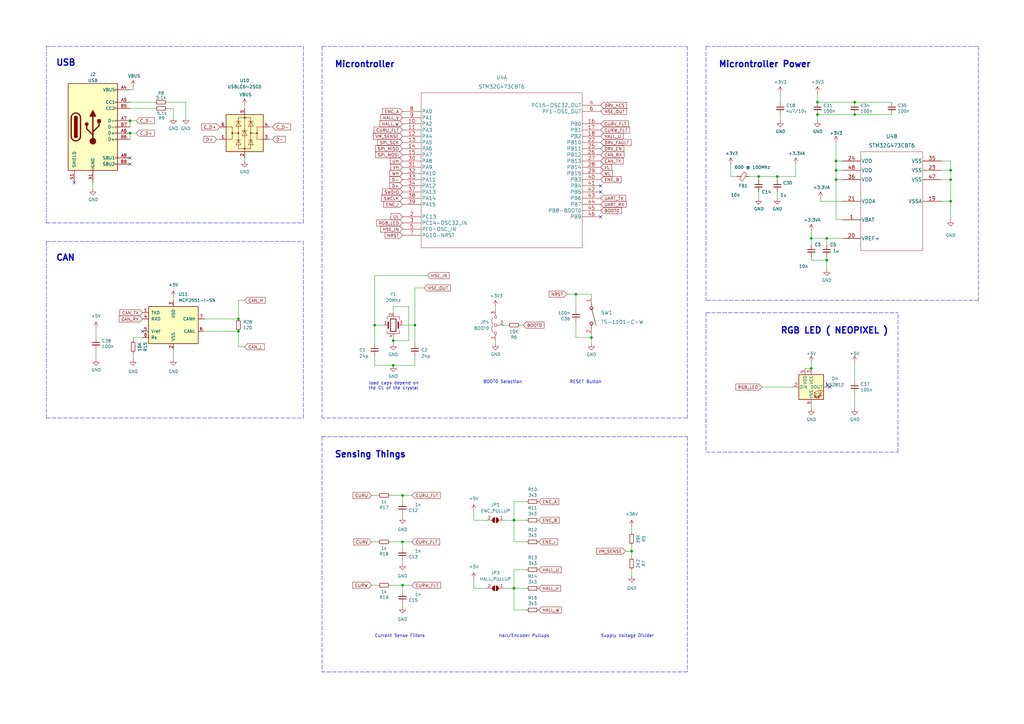
<source format=kicad_sch>
(kicad_sch (version 20250114) (generator "eeschema") (generator_version "9.0")
  (paper "A3")
  (title_block (title "ThunderSTM32") (date "2023-02-08") (rev "v1.0") (company "Yaseen M. Twati") (comment 1 "https://yaseen.ly"))
  (lib_symbols
    (symbol "+3V3_2" (power) (pin_names (offset 0))
      (property "Value" "+3V3_2" (at 0 3.556 0))
      (symbol "+3V3_2_1_1"
        (pin power_in line (at 0 0 90) (length 0) (hide yes) (name "+3V3") (number "1"))
      )
    )
    (symbol "+5V_1" (power) (pin_names (offset 0))
      (property "Value" "+5V_1" (at 0 3.556 0))
      (symbol "+5V_1_1_1"
        (pin power_in line (at 0 0 90) (length 0) (hide yes) (name "+5V") (number "1"))
      )
    )
    (symbol "+5V_2" (power) (pin_names (offset 0))
      (property "Value" "+5V_2" (at 0 3.556 0))
      (symbol "+5V_2_1_1"
        (pin power_in line (at 0 0 90) (length 0) (hide yes) (name "+5V") (number "1"))
      )
    )
    (symbol "BrushlessESC-rescue:Ferrite_Bead_Small-Device" (pin_numbers (hide yes)) (pin_names (offset 0))
      (property "Reference" "FB" (at 1.905 1.27 0))
      (property "Value" "Ferrite_Bead_Small-Device" (at 1.905 -1.27 0))
      (symbol "Ferrite_Bead_Small-Device_1_1"
        (pin passive line (at 0 2.54 270) (length 1.27) (name "~") (number "1"))
        (pin passive line (at 0 -2.54 90) (length 1.27) (name "~") (number "2"))
      )
    )
    (symbol "Connector:USB_C_Receptacle_USB2.0" (pin_names (offset 1.016))
      (property "Reference" "J" (at -10.16 19.05 0))
      (property "Value" "USB_C_Receptacle_USB2.0" (at 19.05 19.05 0))
      (symbol "USB_C_Receptacle_USB2.0_1_1"
        (pin passive line (at -7.62 -22.86 90) (length 5.08) (name "SHIELD") (number "S1"))
        (pin passive line (at 0 -22.86 90) (length 5.08) (name "GND") (number "A1"))
        (pin passive line (at 0 -22.86 90) (length 5.08) (hide yes) (name "GND") (number "A12"))
        (pin passive line (at 0 -22.86 90) (length 5.08) (hide yes) (name "GND") (number "B1"))
        (pin passive line (at 0 -22.86 90) (length 5.08) (hide yes) (name "GND") (number "B12"))
        (pin passive line (at 15.24 15.24 180) (length 5.08) (name "VBUS") (number "A4"))
        (pin passive line (at 15.24 15.24 180) (length 5.08) (hide yes) (name "VBUS") (number "A9"))
        (pin passive line (at 15.24 15.24 180) (length 5.08) (hide yes) (name "VBUS") (number "B4"))
        (pin passive line (at 15.24 15.24 180) (length 5.08) (hide yes) (name "VBUS") (number "B9"))
        (pin bidirectional line (at 15.24 10.16 180) (length 5.08) (name "CC1") (number "A5"))
        (pin bidirectional line (at 15.24 7.62 180) (length 5.08) (name "CC2") (number "B5"))
        (pin bidirectional line (at 15.24 2.54 180) (length 5.08) (name "D-") (number "A7"))
        (pin bidirectional line (at 15.24 0 180) (length 5.08) (name "D-") (number "B7"))
        (pin bidirectional line (at 15.24 -2.54 180) (length 5.08) (name "D+") (number "A6"))
        (pin bidirectional line (at 15.24 -5.08 180) (length 5.08) (name "D+") (number "B6"))
        (pin bidirectional line (at 15.24 -12.7 180) (length 5.08) (name "SBU1") (number "A8"))
        (pin bidirectional line (at 15.24 -15.24 180) (length 5.08) (name "SBU2") (number "B8"))
      )
    )
    (symbol "Device:C_Small" (pin_numbers (hide yes)) (pin_names (offset 0.254) (hide yes))
      (property "Reference" "C" (at 0.254 1.778 0))
      (property "Value" "C_Small" (at 0.254 -2.032 0))
      (symbol "C_Small_1_1"
        (pin passive line (at 0 2.54 270) (length 2.032) (name "~") (number "1"))
        (pin passive line (at 0 -2.54 90) (length 2.032) (name "~") (number "2"))
      )
    )
    (symbol "Device:Crystal_GND24" (pin_names (offset 1.016) (hide yes))
      (property "Reference" "Y" (at 3.175 5.08 0))
      (property "Value" "Crystal_GND24" (at 3.175 3.175 0))
      (symbol "Crystal_GND24_1_1"
        (pin passive line (at -3.81 0 0) (length 1.27) (name "1") (number "1"))
        (pin passive line (at 0 5.08 270) (length 1.27) (name "2") (number "2"))
        (pin passive line (at 0 -5.08 90) (length 1.27) (name "4") (number "4"))
        (pin passive line (at 3.81 0 180) (length 1.27) (name "3") (number "3"))
      )
    )
    (symbol "Device:R_Small" (pin_numbers (hide yes)) (pin_names (offset 0.254) (hide yes))
      (property "Reference" "R" (at 0.762 0.508 0))
      (property "Value" "R_Small" (at 0.762 -1.016 0))
      (symbol "R_Small_1_1"
        (pin passive line (at 0 2.54 270) (length 0.762) (name "~") (number "1"))
        (pin passive line (at 0 -2.54 90) (length 0.762) (name "~") (number "2"))
      )
    )
    (symbol "GND_1" (power) (pin_names (offset 0))
      (property "Value" "GND_1" (at 0 -3.81 0))
      (symbol "GND_1_1_1"
        (pin power_in line (at 0 0 270) (length 0) (hide yes) (name "GND") (number "1"))
      )
    )
    (symbol "GND_2" (power) (pin_names (offset 0))
      (property "Value" "GND_2" (at 0 -3.81 0))
      (symbol "GND_2_1_1"
        (pin power_in line (at 0 0 270) (length 0) (hide yes) (name "GND") (number "1"))
      )
    )
    (symbol "GND_3" (power) (pin_names (offset 0))
      (property "Value" "GND_3" (at 0 -3.81 0))
      (symbol "GND_3_1_1"
        (pin power_in line (at 0 0 270) (length 0) (hide yes) (name "GND") (number "1"))
      )
    )
    (symbol "GND_4" (power) (pin_names (offset 0))
      (property "Value" "GND_4" (at 0 -3.81 0))
      (symbol "GND_4_1_1"
        (pin power_in line (at 0 0 270) (length 0) (hide yes) (name "GND") (number "1"))
      )
    )
    (symbol "Interface_CAN_LIN:MCP2551-I-SN" (pin_names (offset 1.016))
      (property "Reference" "U" (at -10.16 8.89 0))
      (property "Value" "MCP2551-I-SN" (at 2.54 8.89 0))
      (symbol "MCP2551-I-SN_1_1"
        (pin input line (at -12.7 5.08 0) (length 2.54) (name "TXD") (number "1"))
        (pin output line (at -12.7 2.54 0) (length 2.54) (name "RXD") (number "4"))
        (pin power_out line (at -12.7 -2.54 0) (length 2.54) (name "Vref") (number "5"))
        (pin input line (at -12.7 -5.08 0) (length 2.54) (name "Rs") (number "8"))
        (pin power_in line (at 0 10.16 270) (length 2.54) (name "VDD") (number "3"))
        (pin power_in line (at 0 -10.16 90) (length 2.54) (name "VSS") (number "2"))
        (pin bidirectional line (at 12.7 2.54 180) (length 2.54) (name "CANH") (number "7"))
        (pin bidirectional line (at 12.7 -2.54 180) (length 2.54) (name "CANL") (number "6"))
      )
    )
    (symbol "Jumper:Jumper_3_Open" (pin_names (offset 0) (hide yes))
      (property "Reference" "JP" (at -2.54 -2.54 0))
      (property "Value" "Jumper_3_Open" (at 0 2.794 0))
      (symbol "Jumper_3_Open_1_1"
        (pin passive line (at -6.35 0 0) (length 2.54) (name "A") (number "1"))
        (pin passive line (at 0 -3.81 90) (length 2.54) (name "C") (number "2"))
        (pin passive line (at 6.35 0 180) (length 2.54) (name "B") (number "3"))
      )
    )
    (symbol "Jumper:SolderJumper_2_Open" (pin_names (offset 0) (hide yes))
      (property "Reference" "JP" (at 0 2.032 0))
      (property "Value" "SolderJumper_2_Open" (at 0 -2.54 0))
      (symbol "SolderJumper_2_Open_1_1"
        (pin passive line (at -3.81 0 0) (length 2.54) (name "A") (number "1"))
        (pin passive line (at 3.81 0 180) (length 2.54) (name "B") (number "2"))
      )
    )
    (symbol "LED:WS2812" (pin_names (offset 0.254))
      (property "Reference" "D" (at 5.08 5.715 0))
      (property "Value" "WS2812" (at 1.27 -5.715 0))
      (symbol "WS2812_0_0"
        (text "RGB" (at 2.286 -4.191 0) (effects (font (size 0.762 0.762))))
      )
      (symbol "WS2812_1_1"
        (pin input line (at -7.62 0 0) (length 2.54) (name "DIN") (number "2"))
        (pin power_in line (at -2.54 7.62 270) (length 2.54) (name "VDD") (number "5"))
        (pin power_in line (at 0 7.62 270) (length 2.54) (name "VCC") (number "3"))
        (pin power_in line (at 0 -7.62 90) (length 2.54) (name "VSS") (number "6"))
        (pin no_connect line (at 5.08 2.54 180) (length 2.54) (hide yes) (name "NC") (number "4"))
        (pin output line (at 7.62 0 180) (length 2.54) (name "DOUT") (number "1"))
      )
    )
    (symbol "Power_Protection:USBLC6-2SC6" (pin_names (hide yes))
      (property "Reference" "U" (at 2.54 8.89 0))
      (property "Value" "USBLC6-2SC6" (at 2.54 -8.89 0))
      (symbol "USBLC6-2SC6_1_1"
        (pin passive line (at -10.16 2.54 0) (length 2.54) (name "I/O1") (number "6"))
        (pin passive line (at -10.16 -2.54 0) (length 2.54) (name "I/O1") (number "1"))
        (pin passive line (at 0 10.16 270) (length 2.54) (name "VBUS") (number "5"))
        (pin passive line (at 0 -10.16 90) (length 2.54) (name "GND") (number "2"))
        (pin passive line (at 10.16 2.54 180) (length 2.54) (name "I/O2") (number "4"))
        (pin passive line (at 10.16 -2.54 180) (length 2.54) (name "I/O2") (number "3"))
      )
    )
    (symbol "STM32G473CBT6:STM32G473CBT6" (pin_names (offset 0.254))
      (property "Reference" "U" (at 62.23 8.89 0))
      (property "Value" "STM32G473CBT6" (at 62.23 6.35 0))
      (symbol "STM32G473CBT6_1_1"
        (pin bidirectional line (at 0 0 0) (length 7.62) (name "PA0") (number "8"))
        (pin bidirectional line (at 0 -2.54 0) (length 7.62) (name "PA1") (number "9"))
        (pin bidirectional line (at 0 -5.08 0) (length 7.62) (name "PA2") (number "10"))
        (pin bidirectional line (at 0 -7.62 0) (length 7.62) (name "PA3") (number "11"))
        (pin bidirectional line (at 0 -10.16 0) (length 7.62) (name "PA4") (number "12"))
        (pin bidirectional line (at 0 -12.7 0) (length 7.62) (name "PA5") (number "13"))
        (pin bidirectional line (at 0 -15.24 0) (length 7.62) (name "PA6") (number "14"))
        (pin bidirectional line (at 0 -17.78 0) (length 7.62) (name "PA7") (number "15"))
        (pin bidirectional line (at 0 -20.32 0) (length 7.62) (name "PA8") (number "30"))
        (pin bidirectional line (at 0 -22.86 0) (length 7.62) (name "PA9") (number "31"))
        (pin bidirectional line (at 0 -25.4 0) (length 7.62) (name "PA10") (number "32"))
        (pin bidirectional line (at 0 -27.94 0) (length 7.62) (name "PA11") (number "33"))
        (pin bidirectional line (at 0 -30.48 0) (length 7.62) (name "PA12") (number "34"))
        (pin bidirectional line (at 0 -33.02 0) (length 7.62) (name "PA13") (number "37"))
        (pin bidirectional line (at 0 -35.56 0) (length 7.62) (name "PA14") (number "38"))
        (pin bidirectional line (at 0 -38.1 0) (length 7.62) (name "PA15") (number "39"))
        (pin bidirectional line (at 0 -43.18 0) (length 7.62) (name "PC13") (number "2"))
        (pin bidirectional line (at 0 -45.72 0) (length 7.62) (name "PC14-OSC32_IN") (number "3"))
        (pin bidirectional line (at 0 -48.26 0) (length 7.62) (name "PF0-OSC_IN") (number "5"))
        (pin bidirectional line (at 0 -50.8 0) (length 7.62) (name "PG10-NRST") (number "7"))
        (pin bidirectional line (at 81.28 2.54 180) (length 7.62) (name "PC15-OSC32_OUT") (number "4"))
        (pin bidirectional line (at 81.28 0 180) (length 7.62) (name "PF1-OSC_OUT") (number "6"))
        (pin bidirectional line (at 81.28 -5.08 180) (length 7.62) (name "PB0") (number "16"))
        (pin bidirectional line (at 81.28 -7.62 180) (length 7.62) (name "PB1") (number "17"))
        (pin bidirectional line (at 81.28 -10.16 180) (length 7.62) (name "PB2") (number "18"))
        (pin bidirectional line (at 81.28 -12.7 180) (length 7.62) (name "PB10") (number "22"))
        (pin bidirectional line (at 81.28 -15.24 180) (length 7.62) (name "PB11") (number "25"))
        (pin bidirectional line (at 81.28 -17.78 180) (length 7.62) (name "PB12") (number "26"))
        (pin bidirectional line (at 81.28 -20.32 180) (length 7.62) (name "PB13") (number "27"))
        (pin bidirectional line (at 81.28 -22.86 180) (length 7.62) (name "PB14") (number "28"))
        (pin bidirectional line (at 81.28 -25.4 180) (length 7.62) (name "PB15") (number "29"))
        (pin bidirectional line (at 81.28 -27.94 180) (length 7.62) (name "PB3") (number "40"))
        (pin bidirectional line (at 81.28 -30.48 180) (length 7.62) (name "PB4") (number "41"))
        (pin bidirectional line (at 81.28 -33.02 180) (length 7.62) (name "PB5") (number "42"))
        (pin bidirectional line (at 81.28 -35.56 180) (length 7.62) (name "PB6") (number "43"))
        (pin bidirectional line (at 81.28 -38.1 180) (length 7.62) (name "PB7") (number "44"))
        (pin bidirectional line (at 81.28 -40.64 180) (length 7.62) (name "PB8-BOOT0") (number "45"))
        (pin bidirectional line (at 81.28 -43.18 180) (length 7.62) (name "PB9") (number "46"))
      )
      (symbol "STM32G473CBT6_2_1"
        (pin power_in line (at 41.91 1.27 0) (length 7.62) (name "VDD") (number "24"))
        (pin power_in line (at 41.91 -2.54 0) (length 7.62) (name "VDD") (number "48"))
        (pin power_in line (at 41.91 -6.35 0) (length 7.62) (name "VDD") (number "36"))
        (pin power_in line (at 41.91 -15.24 0) (length 7.62) (name "VDDA") (number "21"))
        (pin power_in line (at 41.91 -22.86 0) (length 7.62) (name "VBAT") (number "1"))
        (pin power_in line (at 41.91 -30.48 0) (length 7.62) (name "VREF+") (number "20"))
        (pin power_in line (at 82.55 1.27 180) (length 7.62) (name "VSS") (number "35"))
        (pin power_in line (at 82.55 -2.54 180) (length 7.62) (name "VSS") (number "23"))
        (pin power_in line (at 82.55 -6.35 180) (length 7.62) (name "VSS") (number "47"))
        (pin power_in line (at 82.55 -15.24 180) (length 7.62) (name "VSSA") (number "19"))
      )
    )
    (symbol "TS-11-1-C-W:TS-1101-C-W" (pin_names (offset -1.905) (hide yes))
      (property "Reference" "SW" (at 7.62 3.81 0))
      (property "Value" "TS-1101-C-W" (at 7.62 -3.175 0))
      (symbol "TS-1101-C-W_1_1"
        (pin unspecified line (at 0 0 0) (length 2.54) (name "1") (number "1"))
        (pin unspecified line (at 15.24 0 180) (length 2.54) (name "2") (number "2"))
      )
    )
    (symbol "power:+3.3VA" (power) (pin_names (offset 0))
      (property "Value" "+3.3VA" (at 0 3.556 0))
      (symbol "+3.3VA_1_1"
        (pin power_in line (at 0 0 90) (length 0) (hide yes) (name "+3.3VA") (number "1"))
      )
    )
    (symbol "power:+36V" (power) (pin_names (offset 0))
      (property "Value" "+36V" (at 0 3.556 0))
      (symbol "+36V_1_1"
        (pin power_in line (at 0 0 90) (length 0) (hide yes) (name "+36V") (number "1"))
      )
    )
    (symbol "power:+3V3" (power) (pin_names (offset 0))
      (property "Value" "+3V3" (at 0 3.556 0))
      (symbol "+3V3_1_1"
        (pin power_in line (at 0 0 90) (length 0) (hide yes) (name "+3V3") (number "1"))
      )
    )
    (symbol "power:+5V" (power) (pin_names (offset 0))
      (property "Value" "+5V" (at 0 3.556 0))
      (symbol "+5V_1_1"
        (pin power_in line (at 0 0 90) (length 0) (hide yes) (name "+5V") (number "1"))
      )
    )
    (symbol "power:GND" (power) (pin_names (offset 0))
      (property "Value" "GND" (at 0 -3.81 0))
      (symbol "GND_1_1"
        (pin power_in line (at 0 0 270) (length 0) (hide yes) (name "GND") (number "1"))
      )
    )
    (symbol "power:VBUS" (power) (pin_names (offset 0))
      (property "Value" "VBUS" (at 0 3.81 0))
      (symbol "VBUS_1_1"
        (pin power_in line (at 0 0 90) (length 0) (hide yes) (name "VBUS") (number "1"))
      )
    )
  )
  (text "load caps depend on \nthe CL of the crystal" (at 151.13 160.02 0) (effects (font (size 1.27 1.27)) (justify left bottom)))
  (text "USB" (at 22.86 27.305 0) (effects (font (size 2.54 2.54) (thickness 0.508) (bold yes)) (justify left bottom)))
  (text "Hall/Encoder Pullups" (at 204.47 261.62 0) (effects (font (size 1.27 1.27)) (justify left bottom)))
  (text "Current Sense Filters" (at 153.67 261.62 0) (effects (font (size 1.27 1.27)) (justify left bottom)))
  (text "Microntroller Power" (at 294.64 27.94 0) (effects (font (size 2.54 2.54) (thickness 0.508) (bold yes)) (justify left bottom)))
  (text "Sensing Things" (at 137.16 187.96 0) (effects (font (size 2.54 2.54) (thickness 0.508) (bold yes)) (justify left bottom)))
  (text "RGB LED ( NEOPIXEL )" (at 320.04 137.16 0) (effects (font (size 2.54 2.54) (thickness 0.508) (bold yes)) (justify left bottom)))
  (text "BOOT0 Selection" (at 198.12 157.48 0) (effects (font (size 1.27 1.27)) (justify left bottom)))
  (text "RESET Button" (at 233.68 157.48 0) (effects (font (size 1.27 1.27)) (justify left bottom)))
  (text "CAN" (at 22.86 107.315 0) (effects (font (size 2.54 2.54) (thickness 0.508) (bold yes)) (justify left bottom)))
  (text "Microntroller" (at 137.16 27.94 0) (effects (font (size 2.54 2.54) (thickness 0.508) (bold yes)) (justify left bottom)))
  (text "Supply Voltage Divider" (at 246.38 261.62 0) (effects (font (size 1.27 1.27)) (justify left bottom)))
  (junction (at 242.57 138.43))
  (junction (at 389.89 82.55))
  (junction (at 350.52 46.99))
  (junction (at 259.08 226.06))
  (junction (at 332.74 97.79))
  (junction (at 389.89 69.85))
  (junction (at 350.52 41.91))
  (junction (at 210.82 213.36))
  (junction (at 389.89 73.66))
  (junction (at 165.1 222.25))
  (junction (at 236.22 120.65))
  (junction (at 153.67 133.35))
  (junction (at 53.34 49.53))
  (junction (at 342.9 66.04))
  (junction (at 97.79 135.89))
  (junction (at 335.28 46.99))
  (junction (at 311.15 72.39))
  (junction (at 339.09 106.68))
  (junction (at 161.29 149.86))
  (junction (at 210.82 241.3))
  (junction (at 342.9 73.66))
  (junction (at 170.18 133.35))
  (junction (at 339.09 97.79))
  (junction (at 161.29 139.7))
  (junction (at 342.9 69.85))
  (junction (at 165.1 240.03))
  (junction (at 53.34 54.61))
  (junction (at 97.79 130.81))
  (junction (at 332.74 151.13))
  (junction (at 318.77 72.39))
  (junction (at 335.28 41.91))
  (junction (at 165.1 203.2))
  (no_connect (at 58.42 135.89))
  (no_connect (at 246.38 88.9))
  (no_connect (at 246.38 76.2))
  (no_connect (at 246.38 78.74))
  (no_connect (at 30.48 74.93))
  (no_connect (at 53.34 64.77))
  (no_connect (at 53.34 67.31))
  (no_connect (at 340.36 158.75))
  (wire (pts (xy 161.29 125.73) (xy 167.64 125.73)))
  (wire (pts (xy 318.77 72.39) (xy 311.15 72.39)))
  (wire (pts (xy 160.02 203.2) (xy 165.1 203.2)))
  (polyline (pts (xy 401.32 123.19) (xy 289.56 123.19)) (stroke (width 0) (type dash)))
  (wire (pts (xy 259.08 226.06) (xy 259.08 228.6)))
  (wire (pts (xy 54.61 144.78) (xy 54.61 147.32)))
  (wire (pts (xy 386.08 73.66) (xy 389.89 73.66)))
  (wire (pts (xy 335.28 38.1) (xy 335.28 41.91)))
  (wire (pts (xy 170.18 133.35) (xy 170.18 140.97)))
  (wire (pts (xy 153.67 133.35) (xy 157.48 133.35)))
  (wire (pts (xy 53.34 54.61) (xy 53.34 57.15)))
  (wire (pts (xy 203.2 125.73) (xy 203.2 127)))
  (wire (pts (xy 170.18 149.86) (xy 170.18 146.05)))
  (wire (pts (xy 100.33 64.77) (xy 100.33 66.04)))
  (polyline (pts (xy 124.46 171.45) (xy 124.46 99.06)) (stroke (width 0) (type dash)))
  (wire (pts (xy 336.55 82.55) (xy 345.44 82.55)))
  (wire (pts (xy 88.9 57.15) (xy 90.17 57.15)))
  (polyline (pts (xy 19.05 91.44) (xy 124.46 91.44)) (stroke (width 0) (type dash)))
  (wire (pts (xy 55.88 54.61) (xy 53.34 54.61)))
  (wire (pts (xy 165.1 210.82) (xy 165.1 212.09)))
  (wire (pts (xy 342.9 73.66) (xy 345.44 73.66)))
  (wire (pts (xy 242.57 138.43) (xy 242.57 140.97)))
  (wire (pts (xy 342.9 58.42) (xy 342.9 66.04)))
  (polyline (pts (xy 281.94 171.45) (xy 132.08 171.45)) (stroke (width 0) (type dash)))
  (wire (pts (xy 53.34 36.83) (xy 54.61 36.83)))
  (polyline (pts (xy 132.08 19.05) (xy 281.94 19.05)) (stroke (width 0) (type dash)))
  (wire (pts (xy 97.79 142.24) (xy 100.33 142.24)))
  (polyline (pts (xy 289.56 19.05) (xy 401.32 19.05)) (stroke (width 0) (type dash)))
  (wire (pts (xy 335.28 46.99) (xy 335.28 49.53)))
  (wire (pts (xy 259.08 223.52) (xy 259.08 226.06)))
  (wire (pts (xy 100.33 43.18) (xy 100.33 44.45)))
  (polyline (pts (xy 401.32 19.05) (xy 401.32 123.19)) (stroke (width 0) (type dash)))
  (wire (pts (xy 311.15 72.39) (xy 307.34 72.39)))
  (polyline (pts (xy 281.94 179.07) (xy 281.94 275.59)) (stroke (width 0) (type dash)))
  (wire (pts (xy 210.82 213.36) (xy 215.9 213.36)))
  (wire (pts (xy 242.57 121.92) (xy 242.57 120.65)))
  (wire (pts (xy 161.29 128.27) (xy 161.29 125.73)))
  (wire (pts (xy 332.74 105.41) (xy 332.74 106.68)))
  (wire (pts (xy 203.2 139.7) (xy 203.2 140.97)))
  (wire (pts (xy 97.79 123.19) (xy 97.79 130.81)))
  (wire (pts (xy 236.22 127) (xy 236.22 120.65)))
  (wire (pts (xy 350.52 148.59) (xy 350.52 156.21)))
  (wire (pts (xy 386.08 66.04) (xy 389.89 66.04)))
  (polyline (pts (xy 368.3 185.42) (xy 368.3 128.27)) (stroke (width 0) (type dash)))
  (wire (pts (xy 389.89 66.04) (xy 389.89 69.85)))
  (wire (pts (xy 55.88 49.53) (xy 53.34 49.53)))
  (wire (pts (xy 342.9 69.85) (xy 345.44 69.85)))
  (wire (pts (xy 210.82 213.36) (xy 210.82 222.25)))
  (wire (pts (xy 210.82 241.3) (xy 210.82 250.19)))
  (wire (pts (xy 339.09 97.79) (xy 339.09 100.33)))
  (wire (pts (xy 165.1 203.2) (xy 168.91 203.2)))
  (polyline (pts (xy 132.08 19.05) (xy 132.08 171.45)) (stroke (width 0) (type dash)))
  (wire (pts (xy 194.31 209.55) (xy 194.31 213.36)))
  (wire (pts (xy 83.82 130.81) (xy 97.79 130.81)))
  (wire (pts (xy 320.04 38.1) (xy 320.04 41.91)))
  (wire (pts (xy 167.64 139.7) (xy 161.29 139.7)))
  (polyline (pts (xy 19.05 19.05) (xy 19.05 91.44)) (stroke (width 0) (type dash)))
  (polyline (pts (xy 19.05 99.06) (xy 19.05 171.45)) (stroke (width 0) (type dash)))
  (wire (pts (xy 342.9 90.17) (xy 345.44 90.17)))
  (wire (pts (xy 215.9 205.74) (xy 210.82 205.74)))
  (polyline (pts (xy 19.05 171.45) (xy 124.46 171.45)) (stroke (width 0) (type dash)))
  (wire (pts (xy 332.74 94.615) (xy 332.74 97.79)))
  (polyline (pts (xy 289.56 19.05) (xy 289.56 123.19)) (stroke (width 0) (type dash)))
  (wire (pts (xy 165.1 229.87) (xy 165.1 231.14)))
  (wire (pts (xy 165.1 222.25) (xy 165.1 224.79)))
  (wire (pts (xy 332.74 106.68) (xy 339.09 106.68)))
  (wire (pts (xy 68.58 41.91) (xy 76.2 41.91)))
  (polyline (pts (xy 124.46 91.44) (xy 124.46 19.05)) (stroke (width 0) (type dash)))
  (wire (pts (xy 389.89 73.66) (xy 389.89 82.55)))
  (wire (pts (xy 339.09 97.79) (xy 345.44 97.79)))
  (wire (pts (xy 332.74 148.59) (xy 332.74 151.13)))
  (wire (pts (xy 54.61 35.56) (xy 54.61 36.83)))
  (wire (pts (xy 326.39 67.31) (xy 326.39 72.39)))
  (wire (pts (xy 152.4 203.2) (xy 154.94 203.2)))
  (wire (pts (xy 194.31 237.49) (xy 194.31 241.3)))
  (wire (pts (xy 311.15 73.66) (xy 311.15 72.39)))
  (wire (pts (xy 342.9 73.66) (xy 342.9 90.17)))
  (wire (pts (xy 153.67 149.86) (xy 161.29 149.86)))
  (wire (pts (xy 161.29 139.7) (xy 161.29 140.97)))
  (polyline (pts (xy 19.05 19.05) (xy 124.46 19.05)) (stroke (width 0) (type dash)))
  (wire (pts (xy 165.1 240.03) (xy 168.91 240.03)))
  (wire (pts (xy 160.02 240.03) (xy 165.1 240.03)))
  (wire (pts (xy 342.9 69.85) (xy 342.9 73.66)))
  (wire (pts (xy 318.77 81.28) (xy 318.77 78.74)))
  (wire (pts (xy 215.9 250.19) (xy 210.82 250.19)))
  (wire (pts (xy 161.29 149.86) (xy 170.18 149.86)))
  (wire (pts (xy 318.77 73.66) (xy 318.77 72.39)))
  (wire (pts (xy 165.1 247.65) (xy 165.1 248.92)))
  (wire (pts (xy 71.12 121.92) (xy 71.12 123.19)))
  (wire (pts (xy 335.28 41.91) (xy 350.52 41.91)))
  (wire (pts (xy 53.34 49.53) (xy 53.34 52.07)))
  (polyline (pts (xy 289.56 128.27) (xy 368.3 128.27)) (stroke (width 0) (type dash)))
  (wire (pts (xy 312.42 158.75) (xy 325.12 158.75)))
  (wire (pts (xy 236.22 120.65) (xy 242.57 120.65)))
  (wire (pts (xy 165.1 203.2) (xy 165.1 205.74)))
  (wire (pts (xy 386.08 82.55) (xy 389.89 82.55)))
  (wire (pts (xy 311.15 81.28) (xy 311.15 78.74)))
  (polyline (pts (xy 281.94 275.59) (xy 132.08 275.59)) (stroke (width 0) (type dash)))
  (wire (pts (xy 207.01 133.35) (xy 208.28 133.35)))
  (wire (pts (xy 97.79 135.89) (xy 97.79 142.24)))
  (polyline (pts (xy 289.56 185.42) (xy 368.3 185.42)) (stroke (width 0) (type dash)))
  (wire (pts (xy 194.31 241.3) (xy 199.39 241.3)))
  (wire (pts (xy 350.52 161.29) (xy 350.52 167.64)))
  (wire (pts (xy 342.9 66.04) (xy 342.9 69.85)))
  (wire (pts (xy 210.82 205.74) (xy 210.82 213.36)))
  (wire (pts (xy 165.1 133.35) (xy 170.18 133.35)))
  (wire (pts (xy 153.67 113.03) (xy 153.67 133.35)))
  (wire (pts (xy 236.22 138.43) (xy 242.57 138.43)))
  (wire (pts (xy 389.89 82.55) (xy 389.89 90.17)))
  (wire (pts (xy 53.34 41.91) (xy 63.5 41.91)))
  (wire (pts (xy 53.34 44.45) (xy 63.5 44.45)))
  (polyline (pts (xy 281.94 19.05) (xy 281.94 171.45)) (stroke (width 0) (type dash)))
  (wire (pts (xy 194.31 213.36) (xy 199.39 213.36)))
  (polyline (pts (xy 19.05 99.06) (xy 124.46 99.06)) (stroke (width 0) (type dash)))
  (wire (pts (xy 330.2 151.13) (xy 332.74 151.13)))
  (wire (pts (xy 83.82 135.89) (xy 97.79 135.89)))
  (wire (pts (xy 210.82 233.68) (xy 210.82 241.3)))
  (wire (pts (xy 54.61 139.7) (xy 54.61 138.43)))
  (wire (pts (xy 153.67 140.97) (xy 153.67 133.35)))
  (wire (pts (xy 350.52 41.91) (xy 365.76 41.91)))
  (wire (pts (xy 210.82 241.3) (xy 215.9 241.3)))
  (wire (pts (xy 110.49 52.07) (xy 111.76 52.07)))
  (wire (pts (xy 386.08 69.85) (xy 389.89 69.85)))
  (wire (pts (xy 207.01 241.3) (xy 210.82 241.3)))
  (wire (pts (xy 165.1 240.03) (xy 165.1 242.57)))
  (wire (pts (xy 71.12 143.51) (xy 71.12 147.32)))
  (wire (pts (xy 76.2 41.91) (xy 76.2 48.26)))
  (wire (pts (xy 173.99 118.11) (xy 170.18 118.11)))
  (wire (pts (xy 256.54 226.06) (xy 259.08 226.06)))
  (wire (pts (xy 175.26 113.03) (xy 153.67 113.03)))
  (wire (pts (xy 100.33 123.19) (xy 97.79 123.19)))
  (wire (pts (xy 215.9 222.25) (xy 210.82 222.25)))
  (wire (pts (xy 242.57 137.16) (xy 242.57 138.43)))
  (wire (pts (xy 39.37 143.51) (xy 39.37 147.32)))
  (wire (pts (xy 259.08 215.9) (xy 259.08 218.44)))
  (wire (pts (xy 213.36 133.35) (xy 214.63 133.35)))
  (wire (pts (xy 170.18 118.11) (xy 170.18 133.35)))
  (wire (pts (xy 339.09 106.68) (xy 339.09 110.49)))
  (wire (pts (xy 160.02 222.25) (xy 165.1 222.25)))
  (wire (pts (xy 167.64 125.73) (xy 167.64 139.7)))
  (wire (pts (xy 365.76 46.99) (xy 350.52 46.99)))
  (wire (pts (xy 39.37 134.62) (xy 39.37 138.43)))
  (wire (pts (xy 215.9 233.68) (xy 210.82 233.68)))
  (wire (pts (xy 339.09 97.79) (xy 332.74 97.79)))
  (wire (pts (xy 389.89 69.85) (xy 389.89 73.66)))
  (wire (pts (xy 153.67 146.05) (xy 153.67 149.86)))
  (polyline (pts (xy 132.08 179.07) (xy 132.08 275.59)) (stroke (width 0) (type dash)))
  (wire (pts (xy 152.4 240.03) (xy 154.94 240.03)))
  (wire (pts (xy 152.4 222.25) (xy 154.94 222.25)))
  (wire (pts (xy 232.41 120.65) (xy 236.22 120.65)))
  (wire (pts (xy 336.55 81.28) (xy 336.55 82.55)))
  (wire (pts (xy 38.1 77.47) (xy 38.1 74.93)))
  (wire (pts (xy 68.58 44.45) (xy 71.12 44.45)))
  (wire (pts (xy 320.04 46.99) (xy 320.04 49.53)))
  (polyline (pts (xy 132.08 179.07) (xy 281.94 179.07)) (stroke (width 0) (type dash)))
  (wire (pts (xy 236.22 132.08) (xy 236.22 138.43)))
  (wire (pts (xy 318.77 72.39) (xy 326.39 72.39)))
  (wire (pts (xy 332.74 97.79) (xy 332.74 100.33)))
  (wire (pts (xy 332.74 166.37) (xy 332.74 167.64)))
  (wire (pts (xy 54.61 138.43) (xy 58.42 138.43)))
  (wire (pts (xy 259.08 233.68) (xy 259.08 236.22)))
  (wire (pts (xy 207.01 213.36) (xy 210.82 213.36)))
  (wire (pts (xy 71.12 44.45) (xy 71.12 48.26)))
  (polyline (pts (xy 289.56 128.27) (xy 289.56 185.42)) (stroke (width 0) (type dash)))
  (wire (pts (xy 165.1 222.25) (xy 168.91 222.25)))
  (wire (pts (xy 111.76 57.15) (xy 110.49 57.15)))
  (wire (pts (xy 161.29 139.7) (xy 161.29 138.43)))
  (wire (pts (xy 342.9 66.04) (xy 345.44 66.04)))
  (wire (pts (xy 299.72 72.39) (xy 302.26 72.39)))
  (wire (pts (xy 299.72 67.31) (xy 299.72 72.39)))
  (wire (pts (xy 339.09 105.41) (xy 339.09 106.68)))
  (wire (pts (xy 350.52 46.99) (xy 335.28 46.99)))
  (global_label "CURU_FLT" (shape input) (at 168.91 203.2 0) (property "Intersheetrefs" "${INTERSHEET_REFS}" (effects (hide yes))))
  (global_label "D+" (shape input) (at 88.9 57.15 180) (property "Intersheetrefs" "${INTERSHEET_REFS}" (effects (hide yes))))
  (global_label "CURU_FLT" (shape input) (at 165.1 53.34 180) (property "Intersheetrefs" "${INTERSHEET_REFS}" (effects (hide yes))))
  (global_label "DRV_FAULT" (shape input) (at 246.38 58.42 0) (property "Intersheetrefs" "${INTERSHEET_REFS}" (effects (hide yes))))
  (global_label "C_D+" (shape input) (at 55.88 54.61 0) (property "Intersheetrefs" "${INTERSHEET_REFS}" (effects (hide yes))))
  (global_label "BOOT0" (shape input) (at 246.38 86.36 0) (property "Intersheetrefs" "${INTERSHEET_REFS}" (effects (hide yes))))
  (global_label "HALL_V" (shape input) (at 165.1 48.26 180) (property "Intersheetrefs" "${INTERSHEET_REFS}" (effects (hide yes))))
  (global_label "VL" (shape input) (at 246.38 68.58 0) (property "Intersheetrefs" "${INTERSHEET_REFS}" (effects (hide yes))))
  (global_label "CURV" (shape input) (at 152.4 222.25 180) (property "Intersheetrefs" "${INTERSHEET_REFS}" (effects (hide yes))))
  (global_label "BOOT0" (shape input) (at 214.63 133.35 0) (property "Intersheetrefs" "${INTERSHEET_REFS}" (effects (hide yes))))
  (global_label "VM_SENSE" (shape input) (at 165.1 55.88 180) (property "Intersheetrefs" "${INTERSHEET_REFS}" (effects (hide yes))))
  (global_label "CAN_L" (shape input) (at 100.33 142.24 0) (property "Intersheetrefs" "${INTERSHEET_REFS}" (effects (hide yes))))
  (global_label "HSE_IN" (shape input) (at 175.26 113.03 0) (property "Intersheetrefs" "${INTERSHEET_REFS}" (effects (hide yes))))
  (global_label "CURW" (shape input) (at 152.4 240.03 180) (property "Intersheetrefs" "${INTERSHEET_REFS}" (effects (hide yes))))
  (global_label "ENC_B" (shape input) (at 220.98 213.36 0) (property "Intersheetrefs" "${INTERSHEET_REFS}" (effects (hide yes))))
  (global_label "SPI_SCK" (shape input) (at 165.1 58.42 180) (property "Intersheetrefs" "${INTERSHEET_REFS}" (effects (hide yes))))
  (global_label "CURU" (shape input) (at 152.4 203.2 180) (property "Intersheetrefs" "${INTERSHEET_REFS}" (effects (hide yes))))
  (global_label "ENC_I" (shape input) (at 220.98 222.25 0) (property "Intersheetrefs" "${INTERSHEET_REFS}" (effects (hide yes))))
  (global_label "UART_RX" (shape input) (at 246.38 83.82 0) (property "Intersheetrefs" "${INTERSHEET_REFS}" (effects (hide yes))))
  (global_label "SPI_MOSI" (shape input) (at 165.1 63.5 180) (property "Intersheetrefs" "${INTERSHEET_REFS}" (effects (hide yes))))
  (global_label "HALL_U" (shape input) (at 220.98 233.68 0) (property "Intersheetrefs" "${INTERSHEET_REFS}" (effects (hide yes))))
  (global_label "CURV_FLT" (shape input) (at 246.38 50.8 0) (property "Intersheetrefs" "${INTERSHEET_REFS}" (effects (hide yes))))
  (global_label "HSE_OUT" (shape input) (at 246.38 45.72 0) (property "Intersheetrefs" "${INTERSHEET_REFS}" (effects (hide yes))))
  (global_label "CURW_FLT" (shape input) (at 168.91 240.03 0) (property "Intersheetrefs" "${INTERSHEET_REFS}" (effects (hide yes))))
  (global_label "HSE_OUT" (shape input) (at 173.99 118.11 0) (property "Intersheetrefs" "${INTERSHEET_REFS}" (effects (hide yes))))
  (global_label "C_D-" (shape input) (at 111.76 52.07 0) (property "Intersheetrefs" "${INTERSHEET_REFS}" (effects (hide yes))))
  (global_label "D-" (shape input) (at 165.1 73.66 180) (property "Intersheetrefs" "${INTERSHEET_REFS}" (effects (hide yes))))
  (global_label "HALL_V" (shape input) (at 220.98 241.3 0) (property "Intersheetrefs" "${INTERSHEET_REFS}" (effects (hide yes))))
  (global_label "SPI_MISO" (shape input) (at 165.1 60.96 180) (property "Intersheetrefs" "${INTERSHEET_REFS}" (effects (hide yes))))
  (global_label "HALL_U" (shape input) (at 246.38 55.88 0) (property "Intersheetrefs" "${INTERSHEET_REFS}" (effects (hide yes))))
  (global_label "SWCLK" (shape input) (at 165.1 81.28 180) (property "Intersheetrefs" "${INTERSHEET_REFS}" (effects (hide yes))))
  (global_label "CAN_H" (shape input) (at 100.33 123.19 0) (property "Intersheetrefs" "${INTERSHEET_REFS}" (effects (hide yes))))
  (global_label "UH" (shape input) (at 165.1 66.04 180) (property "Intersheetrefs" "${INTERSHEET_REFS}" (effects (hide yes))))
  (global_label "SWDIO" (shape input) (at 165.1 78.74 180) (property "Intersheetrefs" "${INTERSHEET_REFS}" (effects (hide yes))))
  (global_label "C_D+" (shape input) (at 90.17 52.07 180) (property "Intersheetrefs" "${INTERSHEET_REFS}" (effects (hide yes))))
  (global_label "UART_TX" (shape input) (at 246.38 81.28 0) (property "Intersheetrefs" "${INTERSHEET_REFS}" (effects (hide yes))))
  (global_label "WL" (shape input) (at 246.38 71.12 0) (property "Intersheetrefs" "${INTERSHEET_REFS}" (effects (hide yes))))
  (global_label "WH" (shape input) (at 165.1 71.12 180) (property "Intersheetrefs" "${INTERSHEET_REFS}" (effects (hide yes))))
  (global_label "ENC_A" (shape input) (at 165.1 45.72 180) (property "Intersheetrefs" "${INTERSHEET_REFS}" (effects (hide yes))))
  (global_label "DRV_nCS" (shape input) (at 246.38 43.18 0) (property "Intersheetrefs" "${INTERSHEET_REFS}" (effects (hide yes))))
  (global_label "ENC_I" (shape input) (at 165.1 83.82 180) (property "Intersheetrefs" "${INTERSHEET_REFS}" (effects (hide yes))))
  (global_label "UL" (shape input) (at 165.1 88.9 180) (property "Intersheetrefs" "${INTERSHEET_REFS}" (effects (hide yes))))
  (global_label "CAN_TX" (shape input) (at 58.42 128.27 180) (property "Intersheetrefs" "${INTERSHEET_REFS}" (effects (hide yes))))
  (global_label "CAN_RX" (shape input) (at 246.38 63.5 0) (property "Intersheetrefs" "${INTERSHEET_REFS}" (effects (hide yes))))
  (global_label "HALL_W" (shape input) (at 165.1 50.8 180) (property "Intersheetrefs" "${INTERSHEET_REFS}" (effects (hide yes))))
  (global_label "CAN_RX" (shape input) (at 58.42 130.81 180) (property "Intersheetrefs" "${INTERSHEET_REFS}" (effects (hide yes))))
  (global_label "ENC_B" (shape input) (at 246.38 73.66 0) (property "Intersheetrefs" "${INTERSHEET_REFS}" (effects (hide yes))))
  (global_label "NRST" (shape input) (at 165.1 96.52 180) (property "Intersheetrefs" "${INTERSHEET_REFS}" (effects (hide yes))))
  (global_label "C_D-" (shape input) (at 55.88 49.53 0) (property "Intersheetrefs" "${INTERSHEET_REFS}" (effects (hide yes))))
  (global_label "VM_SENSE" (shape input) (at 256.54 226.06 180) (property "Intersheetrefs" "${INTERSHEET_REFS}" (effects (hide yes))))
  (global_label "CAN_TX" (shape input) (at 246.38 66.04 0) (property "Intersheetrefs" "${INTERSHEET_REFS}" (effects (hide yes))))
  (global_label "D+" (shape input) (at 165.1 76.2 180) (property "Intersheetrefs" "${INTERSHEET_REFS}" (effects (hide yes))))
  (global_label "D-" (shape input) (at 111.76 57.15 0) (property "Intersheetrefs" "${INTERSHEET_REFS}" (effects (hide yes))))
  (global_label "ENC_A" (shape input) (at 220.98 205.74 0) (property "Intersheetrefs" "${INTERSHEET_REFS}" (effects (hide yes))))
  (global_label "CURW_FLT" (shape input) (at 246.38 53.34 0) (property "Intersheetrefs" "${INTERSHEET_REFS}" (effects (hide yes))))
  (global_label "HSE_IN" (shape input) (at 165.1 93.98 180) (property "Intersheetrefs" "${INTERSHEET_REFS}" (effects (hide yes))))
  (global_label "HALL_W" (shape input) (at 220.98 250.19 0) (property "Intersheetrefs" "${INTERSHEET_REFS}" (effects (hide yes))))
  (global_label "DRV_EN" (shape input) (at 246.38 60.96 0) (property "Intersheetrefs" "${INTERSHEET_REFS}" (effects (hide yes))))
  (global_label "CURV_FLT" (shape input) (at 168.91 222.25 0) (property "Intersheetrefs" "${INTERSHEET_REFS}" (effects (hide yes))))
  (global_label "RGB_LED" (shape input) (at 312.42 158.75 180) (property "Intersheetrefs" "${INTERSHEET_REFS}" (effects (hide yes))))
  (global_label "VH" (shape input) (at 165.1 68.58 180) (property "Intersheetrefs" "${INTERSHEET_REFS}" (effects (hide yes))))
  (global_label "RGB_LED" (shape input) (at 165.1 91.44 180) (property "Intersheetrefs" "${INTERSHEET_REFS}" (effects (hide yes))))
  (global_label "NRST" (shape input) (at 232.41 120.65 180) (property "Intersheetrefs" "${INTERSHEET_REFS}" (effects (hide yes))))
  (symbol (lib_name "GND_2") (lib_id "power:GND") (at 54.61 147.32 0) (unit 1)
    (property "Reference" "#PWR01" (effects (hide yes)))
    (property "Value" "GND" (at 54.61 152.4 0))
  )
  (symbol (lib_id "Device:R_Small") (at 66.04 44.45 270) (unit 1)
    (property "Reference" "R9" (at 66.2561 48.4259 90))
    (property "Value" "5.1k" (at 66.4058 46.4379 90))
    (property "Footprint" "Resistor_SMD:R_0603_1608Metric" (effects (hide yes)))
    (property "LCSC" "C23186" (effects (hide yes)))
  )
  (symbol (lib_id "Device:R_Small") (at 97.79 133.35 0) (mirror x) (unit 1)
    (property "Reference" "R28" (at 101.6 132.08 0))
    (property "Value" "120" (at 101.6 134.3914 0))
    (property "Footprint" "Resistor_SMD:R_0805_2012Metric" (effects (hide yes)))
    (property "LCSC" "C17437" (effects (hide yes)))
  )
  (symbol (lib_id "Device:C_Small") (at 320.04 44.45 0) (unit 1)
    (property "Reference" "C18" (at 322.3768 43.2816 0) (effects (justify left)))
    (property "Value" "4u7/10v" (at 322.3768 45.593 0) (effects (justify left)))
    (property "Footprint" "Capacitor_SMD:C_0603_1608Metric" (effects (hide yes)))
    (property "LCSC" "C19666" (effects (hide yes)))
  )
  (symbol (lib_name "+5V_2") (lib_id "power:+5V") (at 194.31 209.55 0) (unit 1)
    (property "Reference" "#PWR0105" (effects (hide yes)))
    (property "Value" "+5V" (at 194.31 204.47 0))
  )
  (symbol (lib_id "power:+3V3") (at 320.04 38.1 0) (unit 1)
    (property "Reference" "#PWR0124" (effects (hide yes)))
    (property "Value" "+3V3" (at 320.04 33.655 0))
  )
  (symbol (lib_id "TS-11-1-C-W:TS-1101-C-W") (at 242.57 121.92 270) (unit 1)
    (property "Reference" "SW1" (at 246.38 128.27 90) (effects (font (size 1.524 1.524)) (justify left)))
    (property "Value" "TS-1101-C-W" (at 246.38 132.08 90) (effects (font (size 1.524 1.524)) (justify left)))
    (property "Footprint" "TS-11-1-C-W:TS-1101-C-W" (effects (hide yes)))
    (property "LCSC" "C318938" (effects (hide yes)))
  )
  (symbol (lib_id "power:GND") (at 100.33 66.04 0) (unit 1)
    (property "Reference" "#PWR0130" (effects (hide yes)))
    (property "Value" "GND" (at 100.33 70.4834 0))
  )
  (symbol (lib_id "power:+3.3VA") (at 326.39 67.31 0) (unit 1)
    (property "Reference" "#PWR0120" (effects (hide yes)))
    (property "Value" "+3.3VA" (at 326.771 62.9158 0))
  )
  (symbol (lib_id "Device:C_Small") (at 153.67 143.51 0) (unit 1)
    (property "Reference" "C1" (at 147.32 143.51 0) (effects (justify left)))
    (property "Value" "24p" (at 147.32 146.05 0) (effects (justify left)))
    (property "Footprint" "Capacitor_SMD:C_0603_1608Metric" (effects (hide yes)))
    (property "LCSC" "C519461" (effects (hide yes)))
  )
  (symbol (lib_id "power:GND") (at 320.04 49.53 0) (unit 1)
    (property "Reference" "#PWR0123" (effects (hide yes)))
    (property "Value" "GND" (at 320.167 53.9242 0))
  )
  (symbol (lib_name "+5V_1") (lib_id "power:+5V") (at 39.37 134.62 0) (unit 1)
    (property "Reference" "#PWR0140" (effects (hide yes)))
    (property "Value" "+5V" (at 39.37 129.54 0))
  )
  (symbol (lib_id "Interface_CAN_LIN:MCP2551-I-SN") (at 71.12 133.35 0) (unit 1)
    (property "Reference" "U11" (at 73.1394 120.65 0) (effects (justify left)))
    (property "Value" "MCP2551-I-SN" (at 73.1394 123.19 0) (effects (justify left)))
    (property "Footprint" "Package_SO:SOIC-8_3.9x4.9mm_P1.27mm" (effects (hide yes)))
    (property "Datasheet" "http://ww1.microchip.com/downloads/en/devicedoc/21667d.pdf" (effects (hide yes)))
    (property "LCSC" "C7376" (effects (hide yes)))
  )
  (symbol (lib_name "GND_3") (lib_id "power:GND") (at 389.89 90.17 0) (unit 1)
    (property "Reference" "#PWR025" (effects (hide yes)))
    (property "Value" "GND" (at 389.89 96.52 0))
  )
  (symbol (lib_id "power:+3.3VA") (at 332.74 94.615 0) (unit 1)
    (property "Reference" "#PWR019" (effects (hide yes)))
    (property "Value" "+3.3VA" (at 333.121 90.2208 0))
  )
  (symbol (lib_id "power:GND") (at 203.2 140.97 0) (unit 1)
    (property "Reference" "#PWR0102" (effects (hide yes)))
    (property "Value" "GND" (at 203.327 145.3642 0))
  )
  (symbol (lib_id "Device:C_Small") (at 365.76 44.45 0) (unit 1)
    (property "Reference" "C35" (at 368.0968 43.2816 0) (effects (justify left)))
    (property "Value" "100n" (at 368.0968 45.593 0) (effects (justify left)))
    (property "Footprint" "Capacitor_SMD:C_0603_1608Metric" (effects (hide yes)))
    (property "LCSC" "C15725" (effects (hide yes)))
  )
  (symbol (lib_name "GND_4") (lib_id "power:GND") (at 165.1 248.92 0) (unit 1)
    (property "Reference" "#PWR0121" (effects (hide yes)))
    (property "Value" "GND" (at 165.1 254 0))
  )
  (symbol (lib_id "Device:C_Small") (at 350.52 44.45 0) (unit 1)
    (property "Reference" "C34" (at 352.8568 43.2816 0) (effects (justify left)))
    (property "Value" "100n" (at 352.8568 45.593 0) (effects (justify left)))
    (property "Footprint" "Capacitor_SMD:C_0603_1608Metric" (effects (hide yes)))
    (property "LCSC" "C15725" (effects (hide yes)))
  )
  (symbol (lib_id "Device:C_Small") (at 335.28 44.45 0) (unit 1)
    (property "Reference" "C31" (at 337.6168 43.2816 0) (effects (justify left)))
    (property "Value" "100n" (at 337.6168 45.593 0) (effects (justify left)))
    (property "Footprint" "Capacitor_SMD:C_0603_1608Metric" (effects (hide yes)))
    (property "LCSC" "C15725" (effects (hide yes)))
  )
  (symbol (lib_id "Device:R_Small") (at 54.61 142.24 180) (unit 1)
    (property "Reference" "R15" (at 59.5884 142.24 90))
    (property "Value" "10K" (at 57.277 142.24 90))
    (property "Footprint" "Resistor_SMD:R_0603_1608Metric" (effects (hide yes)))
    (property "LCSC" "C25804" (effects (hide yes)))
  )
  (symbol (lib_id "power:GND") (at 38.1 77.47 0) (unit 1)
    (property "Reference" "#PWR0113" (effects (hide yes)))
    (property "Value" "GND" (at 38.227 81.8642 0))
  )
  (symbol (lib_id "power:+3V3") (at 299.72 67.31 0) (unit 1)
    (property "Reference" "#PWR0119" (effects (hide yes)))
    (property "Value" "+3V3" (at 300.101 62.9158 0))
  )
  (symbol (lib_id "power:GND") (at 161.29 140.97 0) (unit 1)
    (property "Reference" "#PWR0103" (effects (hide yes)))
    (property "Value" "GND" (at 161.29 145.4134 0))
  )
  (symbol (lib_id "power:GND") (at 242.57 140.97 0) (unit 1)
    (property "Reference" "#PWR0128" (effects (hide yes)))
    (property "Value" "GND" (at 242.57 145.4134 0))
  )
  (symbol (lib_id "Power_Protection:USBLC6-2SC6") (at 100.33 54.61 0) (unit 1)
    (property "Reference" "U10" (at 100.33 33.02 0))
    (property "Value" "USBLC6-2SC6" (at 100.33 35.56 0))
    (property "Footprint" "Package_TO_SOT_SMD:SOT-23-6" (effects (hide yes)))
    (property "Datasheet" "https://www.st.com/resource/en/datasheet/usblc6-2.pdf" (effects (hide yes)))
    (property "LCSC" "C7519" (effects (hide yes)))
  )
  (symbol (lib_id "power:GND") (at 339.09 110.49 0) (unit 1)
    (property "Reference" "#PWR021" (effects (hide yes)))
    (property "Value" "GND" (at 339.09 114.9334 0))
  )
  (symbol (lib_id "Device:C_Small") (at 165.1 208.28 180) (unit 1)
    (property "Reference" "C12" (at 171.45 209.3214 0) (effects (justify left)))
    (property "Value" "1n" (at 172.72 207.01 0) (effects (justify left)))
    (property "Footprint" "Capacitor_SMD:C_0603_1608Metric" (effects (hide yes)))
    (property "LCSC" "C1588" (effects (hide yes)))
  )
  (symbol (lib_id "power:GND") (at 39.37 147.32 0) (unit 1)
    (property "Reference" "#PWR048" (effects (hide yes)))
    (property "Value" "GND" (at 39.497 151.7142 0))
  )
  (symbol (lib_name "GND_1") (lib_id "power:GND") (at 259.08 236.22 0) (unit 1)
    (property "Reference" "#PWR028" (effects (hide yes)))
    (property "Value" "GND" (at 259.08 241.3 0))
  )
  (symbol (lib_id "Device:R_Small") (at 210.82 133.35 90) (unit 1)
    (property "Reference" "R6" (at 210.82 138.3284 90))
    (property "Value" "10K" (at 210.82 136.017 90))
    (property "Footprint" "Resistor_SMD:R_0603_1608Metric" (effects (hide yes)))
    (property "LCSC" "C25804" (effects (hide yes)))
  )
  (symbol (lib_id "Device:C_Small") (at 165.1 227.33 180) (unit 1)
    (property "Reference" "C13" (at 171.45 228.3714 0) (effects (justify left)))
    (property "Value" "1n" (at 172.72 226.06 0) (effects (justify left)))
    (property "Footprint" "Capacitor_SMD:C_0603_1608Metric" (effects (hide yes)))
    (property "LCSC" "C1588" (effects (hide yes)))
  )
  (symbol (lib_id "Device:R_Small") (at 218.44 233.68 270) (unit 1)
    (property "Reference" "R13" (at 218.44 228.7016 90))
    (property "Value" "3k3" (at 218.44 231.013 90))
    (property "Footprint" "Resistor_SMD:R_0603_1608Metric" (effects (hide yes)))
    (property "LCSC" "C22978" (effects (hide yes)))
  )
  (symbol (lib_id "LED:WS2812") (at 332.74 158.75 0) (unit 1)
    (property "Reference" "D4" (at 342.4109 155.2916 0))
    (property "Value" "WS2812" (at 342.4109 157.8285 0))
    (property "Footprint" "LED_SMD:LED_WS2812_PLCC6_5.0x5.0mm_P1.6mm" (effects (hide yes)))
    (property "Datasheet" "https://cdn-shop.adafruit.com/datasheets/WS2812.pdf" (effects (hide yes)))
    (property "LCSC" "C2920042" (effects (hide yes)))
  )
  (symbol (lib_name "GND_2") (lib_id "power:GND") (at 71.12 147.32 0) (unit 1)
    (property "Reference" "#PWR022" (effects (hide yes)))
    (property "Value" "GND" (at 71.12 152.4 0))
  )
  (symbol (lib_id "power:GND") (at 318.77 81.28 0) (unit 1)
    (property "Reference" "#PWR0114" (effects (hide yes)))
    (property "Value" "GND" (at 318.897 85.6742 0))
  )
  (symbol (lib_id "BrushlessESC-rescue:Ferrite_Bead_Small-Device") (at 304.8 72.39 270) (unit 1)
    (property "Reference" "FB1" (at 304.8 76.2 90))
    (property "Value" "600 @ 100Mhz" (at 308.61 68.58 90))
    (property "Footprint" "Inductor_SMD:L_0603_1608Metric" (effects (hide yes)))
  )
  (symbol (lib_id "Device:R_Small") (at 157.48 222.25 90) (unit 1)
    (property "Reference" "R18" (at 157.48 227.2284 90))
    (property "Value" "1k" (at 157.48 224.917 90))
    (property "Footprint" "Resistor_SMD:R_0603_1608Metric" (effects (hide yes)))
    (property "LCSC" "C21190" (effects (hide yes)))
  )
  (symbol (lib_id "power:VBUS") (at 100.33 43.18 0) (unit 1)
    (property "Reference" "#PWR0129" (effects (hide yes)))
    (property "Value" "VBUS" (at 100.711 38.7858 0))
  )
  (symbol (lib_id "power:GND") (at 350.52 167.64 0) (unit 1)
    (property "Reference" "#PWR031" (effects (hide yes)))
    (property "Value" "GND" (at 350.647 172.0342 0))
  )
  (symbol (lib_id "Device:R_Small") (at 157.48 203.2 90) (unit 1)
    (property "Reference" "R17" (at 157.48 208.1784 90))
    (property "Value" "1k" (at 157.48 205.867 90))
    (property "Footprint" "Resistor_SMD:R_0603_1608Metric" (effects (hide yes)))
    (property "LCSC" "C21190" (effects (hide yes)))
  )
  (symbol (lib_id "Device:R_Small") (at 218.44 241.3 270) (unit 1)
    (property "Reference" "R14" (at 218.44 236.3216 90))
    (property "Value" "3k3" (at 218.44 238.633 90))
    (property "Footprint" "Resistor_SMD:R_0603_1608Metric" (effects (hide yes)))
    (property "LCSC" "C22978" (effects (hide yes)))
  )
  (symbol (lib_id "Device:R_Small") (at 259.08 220.98 180) (unit 1)
    (property "Reference" "R5" (at 264.0584 220.98 90))
    (property "Value" "39K" (at 261.747 220.98 90))
    (property "Footprint" "Resistor_SMD:R_0603_1608Metric" (effects (hide yes)))
    (property "LCSC" "C23153" (effects (hide yes)))
  )
  (symbol (lib_id "Device:C_Small") (at 318.77 76.2 0) (unit 1)
    (property "Reference" "C30" (at 321.1068 75.0316 0) (effects (justify left)))
    (property "Value" "1u" (at 320.04 80.01 0) (effects (justify left)))
    (property "Footprint" "Capacitor_SMD:C_0603_1608Metric" (effects (hide yes)))
    (property "LCSC" "C15849" (effects (hide yes)))
  )
  (symbol (lib_id "Device:R_Small") (at 218.44 205.74 270) (unit 1)
    (property "Reference" "R10" (at 218.44 200.7616 90))
    (property "Value" "3k3" (at 218.44 203.073 90))
    (property "Footprint" "Resistor_SMD:R_0603_1608Metric" (effects (hide yes)))
    (property "LCSC" "C22978" (effects (hide yes)))
  )
  (symbol (lib_name "+5V_1") (lib_id "power:+5V") (at 71.12 121.92 0) (unit 1)
    (property "Reference" "#PWR0139" (effects (hide yes)))
    (property "Value" "+5V" (at 71.12 116.84 0))
  )
  (symbol (lib_id "power:VBUS") (at 54.61 35.56 0) (unit 1)
    (property "Reference" "#PWR0110" (effects (hide yes)))
    (property "Value" "VBUS" (at 54.991 31.1658 0))
  )
  (symbol (lib_id "Device:R_Small") (at 218.44 213.36 270) (unit 1)
    (property "Reference" "R11" (at 218.44 208.3816 90))
    (property "Value" "3k3" (at 218.44 210.693 90))
    (property "Footprint" "Resistor_SMD:R_0603_1608Metric" (effects (hide yes)))
    (property "LCSC" "C22978" (effects (hide yes)))
  )
  (symbol (lib_id "power:+3.3VA") (at 336.55 81.28 0) (unit 1)
    (property "Reference" "#PWR020" (effects (hide yes)))
    (property "Value" "+3.3VA" (at 336.931 76.8858 0))
  )
  (symbol (lib_name "+3V3_2") (lib_id "power:+3V3") (at 342.9 58.42 0) (unit 1)
    (property "Reference" "#PWR024" (effects (hide yes)))
    (property "Value" "+3V3" (at 342.9 54.61 0))
  )
  (symbol (lib_id "power:GND") (at 71.12 48.26 0) (unit 1)
    (property "Reference" "#PWR0111" (effects (hide yes)))
    (property "Value" "GND" (at 71.12 52.7034 0))
  )
  (symbol (lib_id "Device:R_Small") (at 218.44 222.25 270) (unit 1)
    (property "Reference" "R12" (at 218.44 217.2716 90))
    (property "Value" "3k3" (at 218.44 219.583 90))
    (property "Footprint" "Resistor_SMD:R_0603_1608Metric" (effects (hide yes)))
    (property "LCSC" "C22978" (effects (hide yes)))
  )
  (symbol (lib_name "GND_4") (lib_id "power:GND") (at 165.1 231.14 0) (unit 1)
    (property "Reference" "#PWR0118" (effects (hide yes)))
    (property "Value" "GND" (at 165.1 236.22 0))
  )
  (symbol (lib_id "Device:C_Small") (at 332.74 102.87 0) (unit 1)
    (property "Reference" "C3" (at 334.01 100.33 0) (effects (justify left)))
    (property "Value" "10n" (at 327.66 109.22 0) (effects (justify left)))
    (property "Footprint" "Capacitor_SMD:C_0603_1608Metric" (effects (hide yes)))
    (property "LCSC" "C57112" (effects (hide yes)))
  )
  (symbol (lib_id "Jumper:Jumper_3_Open") (at 203.2 133.35 90) (unit 1)
    (property "Reference" "JP4" (at 200.66 132.0799 90) (effects (justify left)))
    (property "Value" "BOOT0" (at 200.66 134.6199 90) (effects (justify left)))
    (property "Footprint" "Jumper:SolderJumper-3_P2.0mm_Open_TrianglePad1.0x1.5mm" (effects (hide yes)))
  )
  (symbol (lib_id "power:GND") (at 332.74 167.64 0) (unit 1)
    (property "Reference" "#PWR027" (effects (hide yes)))
    (property "Value" "GND" (at 332.74 172.0834 0))
  )
  (symbol (lib_id "Device:C_Small") (at 236.22 129.54 180) (unit 1)
    (property "Reference" "C36" (at 233.8832 130.7084 0) (effects (justify left)))
    (property "Value" "100n" (at 233.8832 128.397 0) (effects (justify left)))
    (property "Footprint" "Capacitor_SMD:C_0603_1608Metric" (effects (hide yes)))
    (property "LCSC" "C15725" (effects (hide yes)))
  )
  (symbol (lib_id "power:+5V") (at 350.52 148.59 0) (unit 1)
    (property "Reference" "#PWR030" (effects (hide yes)))
    (property "Value" "+5V" (at 350.52 145.0142 0))
  )
  (symbol (lib_id "Device:C_Small") (at 165.1 245.11 180) (unit 1)
    (property "Reference" "C15" (at 171.45 246.1514 0) (effects (justify left)))
    (property "Value" "1n" (at 172.72 243.84 0) (effects (justify left)))
    (property "Footprint" "Capacitor_SMD:C_0603_1608Metric" (effects (hide yes)))
    (property "LCSC" "C1588" (effects (hide yes)))
  )
  (symbol (lib_id "power:GND") (at 76.2 48.26 0) (unit 1)
    (property "Reference" "#PWR0112" (effects (hide yes)))
    (property "Value" "GND" (at 76.2 52.7034 0))
  )
  (symbol (lib_id "Device:C_Small") (at 39.37 140.97 0) (unit 1)
    (property "Reference" "C38" (at 41.7068 139.8016 0) (effects (justify left)))
    (property "Value" "100n" (at 41.7068 142.113 0) (effects (justify left)))
    (property "Footprint" "Capacitor_SMD:C_0603_1608Metric" (effects (hide yes)))
    (property "LCSC" "C15725" (effects (hide yes)))
  )
  (symbol (lib_name "+5V_2") (lib_id "power:+5V") (at 194.31 237.49 0) (unit 1)
    (property "Reference" "#PWR0104" (effects (hide yes)))
    (property "Value" "+5V" (at 194.31 232.41 0))
  )
  (symbol (lib_id "Device:C_Small") (at 311.15 76.2 0) (unit 1)
    (property "Reference" "C14" (at 312.42 78.74 0) (effects (justify left)))
    (property "Value" "10n" (at 299.72 80.01 0) (effects (justify left)))
    (property "Footprint" "Capacitor_SMD:C_0603_1608Metric" (effects (hide yes)))
    (property "LCSC" "C57112" (effects (hide yes)))
  )
  (symbol (lib_id "Device:R_Small") (at 259.08 231.14 180) (unit 1)
    (property "Reference" "R7" (at 264.0584 231.14 90))
    (property "Value" "2K2" (at 261.747 231.14 90))
    (property "Footprint" "Resistor_SMD:R_0603_1608Metric" (effects (hide yes)))
    (property "LCSC" "C4190" (effects (hide yes)))
  )
  (symbol (lib_id "STM32G473CBT6:STM32G473CBT6") (at 303.53 67.31 0) (unit 2)
    (property "Reference" "U4" (at 365.76 55.88 0) (effects (font (size 1.524 1.524))))
    (property "Value" "STM32G473CBT6" (at 365.76 59.69 0) (effects (font (size 1.524 1.524))))
    (property "Footprint" "STM32G474CBT6:STM32G473CBT6" (effects (hide yes)))
    (property "LCSC" "C730111" (effects (hide yes)))
  )
  (symbol (lib_id "STM32G473CBT6:STM32G473CBT6") (at 165.1 45.72 0) (unit 1)
    (property "Reference" "U4" (at 205.74 31.75 0) (effects (font (size 1.524 1.524))))
    (property "Value" "STM32G473CBT6" (at 205.74 35.56 0) (effects (font (size 1.524 1.524))))
    (property "Footprint" "STM32G474CBT6:STM32G473CBT6" (effects (hide yes)))
    (property "LCSC" "C730111" (effects (hide yes)))
  )
  (symbol (lib_id "Device:C_Small") (at 170.18 143.51 0) (unit 1)
    (property "Reference" "C2" (at 172.72 143.51 0) (effects (justify left)))
    (property "Value" "24p" (at 172.72 146.05 0) (effects (justify left)))
    (property "Footprint" "Capacitor_SMD:C_0603_1608Metric" (effects (hide yes)))
    (property "LCSC" "C519461" (effects (hide yes)))
  )
  (symbol (lib_id "Connector:USB_C_Receptacle_USB2.0") (at 38.1 52.07 0) (unit 1)
    (property "Reference" "J2" (at 38.1 30.48 0))
    (property "Value" "USB" (at 38.1 33.02 0))
    (property "Footprint" "Connector_USB:USB_C_Receptacle_HRO_TYPE-C-31-M-12" (effects (hide yes)))
    (property "Datasheet" "https://www.usb.org/sites/default/files/documents/usb_type-c.zip" (effects (hide yes)))
    (property "LCSC" "C165948" (effects (hide yes)))
  )
  (symbol (lib_id "power:+5V") (at 332.74 148.59 0) (unit 1)
    (property "Reference" "#PWR023" (effects (hide yes)))
    (property "Value" "+5V" (at 332.74 145.0142 0))
  )
  (symbol (lib_id "Device:C_Small") (at 350.52 158.75 0) (unit 1)
    (property "Reference" "C37" (at 352.8568 157.5816 0) (effects (justify left)))
    (property "Value" "100n" (at 352.8568 159.893 0) (effects (justify left)))
    (property "Footprint" "Capacitor_SMD:C_0603_1608Metric" (effects (hide yes)))
    (property "LCSC" "C15725" (effects (hide yes)))
  )
  (symbol (lib_id "Device:R_Small") (at 157.48 240.03 90) (unit 1)
    (property "Reference" "R19" (at 157.48 245.0084 90))
    (property "Value" "1k" (at 157.48 242.697 90))
    (property "Footprint" "Resistor_SMD:R_0603_1608Metric" (effects (hide yes)))
    (property "LCSC" "C21190" (effects (hide yes)))
  )
  (symbol (lib_id "power:GND") (at 335.28 49.53 0) (unit 1)
    (property "Reference" "#PWR0122" (effects (hide yes)))
    (property "Value" "GND" (at 335.407 53.9242 0))
  )
  (symbol (lib_id "Device:C_Small") (at 339.09 102.87 0) (unit 1)
    (property "Reference" "C5" (at 340.36 100.33 0) (effects (justify left)))
    (property "Value" "1u" (at 341.63 102.87 0) (effects (justify left)))
    (property "Footprint" "Capacitor_SMD:C_0603_1608Metric" (effects (hide yes)))
    (property "LCSC" "C15849" (effects (hide yes)))
  )
  (symbol (lib_id "Jumper:SolderJumper_2_Open") (at 203.2 213.36 180) (unit 1)
    (property "Reference" "JP1" (at 203.2 207.01 0))
    (property "Value" "ENC_PULLUP" (at 203.2 209.55 0))
    (property "Footprint" "Jumper:SolderJumper-2_P1.3mm_Open_TrianglePad1.0x1.5mm" (effects (hide yes)))
  )
  (symbol (lib_id "power:GND") (at 311.15 81.28 0) (unit 1)
    (property "Reference" "#PWR0116" (effects (hide yes)))
    (property "Value" "GND" (at 311.277 85.6742 0))
  )
  (symbol (lib_id "Device:Crystal_GND24") (at 161.29 133.35 0) (unit 1)
    (property "Reference" "Y1" (at 161.29 120.65 0))
    (property "Value" "20Mhz" (at 161.29 123.19 0))
    (property "Footprint" "Crystal:Crystal_SMD_3225-4Pin_3.2x2.5mm" (effects (hide yes)))
    (property "LCSC" "C654981" (effects (hide yes)))
  )
  (symbol (lib_name "GND_4") (lib_id "power:GND") (at 165.1 212.09 0) (unit 1)
    (property "Reference" "#PWR0117" (effects (hide yes)))
    (property "Value" "GND" (at 165.1 217.17 0))
  )
  (symbol (lib_id "power:+3V3") (at 335.28 38.1 0) (unit 1)
    (property "Reference" "#PWR0131" (effects (hide yes)))
    (property "Value" "+3V3" (at 335.28 33.655 0))
  )
  (symbol (lib_id "Device:R_Small") (at 66.04 41.91 90) (unit 1)
    (property "Reference" "R8" (at 66.0161 38.217 90))
    (property "Value" "5.1k" (at 66.04 40.0105 90))
    (property "Footprint" "Resistor_SMD:R_0603_1608Metric" (effects (hide yes)))
    (property "LCSC" "C23186" (effects (hide yes)))
  )
  (symbol (lib_id "power:GND") (at 161.29 149.86 0) (unit 1)
    (property "Reference" "#PWR0141" (effects (hide yes)))
    (property "Value" "GND" (at 161.29 154.3034 0))
  )
  (symbol (lib_id "Jumper:SolderJumper_2_Open") (at 203.2 241.3 180) (unit 1)
    (property "Reference" "JP3" (at 203.2 234.95 0))
    (property "Value" "HALL_PULLUP" (at 203.2 237.49 0))
    (property "Footprint" "Jumper:SolderJumper-2_P1.3mm_Open_TrianglePad1.0x1.5mm" (effects (hide yes)))
  )
  (symbol (lib_id "power:+3V3") (at 203.2 125.73 0) (unit 1)
    (property "Reference" "#PWR0108" (effects (hide yes)))
    (property "Value" "+3V3" (at 203.581 121.3358 0))
  )
  (symbol (lib_id "power:+36V") (at 259.08 215.9 0) (unit 1)
    (property "Reference" "#PWR026" (effects (hide yes)))
    (property "Value" "+36V" (at 259.08 210.82 0))
  )
  (symbol (lib_id "Device:R_Small") (at 218.44 250.19 270) (unit 1)
    (property "Reference" "R16" (at 218.44 245.2116 90))
    (property "Value" "3k3" (at 218.44 247.523 90))
    (property "Footprint" "Resistor_SMD:R_0603_1608Metric" (effects (hide yes)))
    (property "LCSC" "C22978" (effects (hide yes)))
  )
)
</source>
